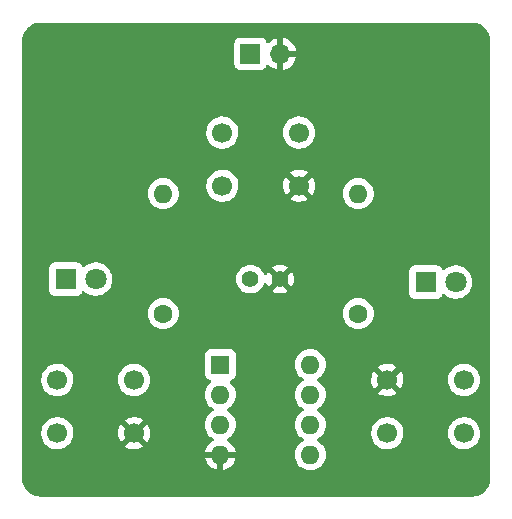
<source format=gbr>
%TF.GenerationSoftware,KiCad,Pcbnew,(6.0.7)*%
%TF.CreationDate,2022-09-30T10:00:21-04:00*%
%TF.ProjectId,proj_4,70726f6a-5f34-42e6-9b69-6361645f7063,V1*%
%TF.SameCoordinates,Original*%
%TF.FileFunction,Copper,L2,Bot*%
%TF.FilePolarity,Positive*%
%FSLAX46Y46*%
G04 Gerber Fmt 4.6, Leading zero omitted, Abs format (unit mm)*
G04 Created by KiCad (PCBNEW (6.0.7)) date 2022-09-30 10:00:21*
%MOMM*%
%LPD*%
G01*
G04 APERTURE LIST*
%TA.AperFunction,ComponentPad*%
%ADD10R,1.800000X1.800000*%
%TD*%
%TA.AperFunction,ComponentPad*%
%ADD11C,1.800000*%
%TD*%
%TA.AperFunction,ComponentPad*%
%ADD12R,1.700000X1.700000*%
%TD*%
%TA.AperFunction,ComponentPad*%
%ADD13O,1.700000X1.700000*%
%TD*%
%TA.AperFunction,ComponentPad*%
%ADD14C,1.700000*%
%TD*%
%TA.AperFunction,ComponentPad*%
%ADD15R,1.600000X1.600000*%
%TD*%
%TA.AperFunction,ComponentPad*%
%ADD16O,1.600000X1.600000*%
%TD*%
%TA.AperFunction,ComponentPad*%
%ADD17C,1.600000*%
%TD*%
%TA.AperFunction,ComponentPad*%
%ADD18C,1.400000*%
%TD*%
G04 APERTURE END LIST*
D10*
%TO.P,D1,1,K*%
%TO.N,/PB3*%
X153030000Y-93345000D03*
D11*
%TO.P,D1,2,A*%
%TO.N,Net-(D1-Pad2)*%
X155570000Y-93345000D03*
%TD*%
D12*
%TO.P,BT1,1,+*%
%TO.N,VCC*%
X168676000Y-74270000D03*
D13*
%TO.P,BT1,2,-*%
%TO.N,GND*%
X171216000Y-74270000D03*
%TD*%
D14*
%TO.P,SW1,1,1*%
%TO.N,/PB5*%
X166295000Y-80935000D03*
%TO.P,SW1,2,2*%
%TO.N,unconnected-(SW1-Pad2)*%
X172795000Y-80935000D03*
%TO.P,SW1,3,K*%
%TO.N,unconnected-(SW1-Pad3)*%
X166295000Y-85435000D03*
%TO.P,SW1,4,A*%
%TO.N,GND*%
X172795000Y-85435000D03*
%TD*%
D15*
%TO.P,U1,1,~{RESET}/PB5*%
%TO.N,/PB5*%
X166126000Y-100594000D03*
D16*
%TO.P,U1,2,XTAL1/PB3*%
%TO.N,/PB3*%
X166126000Y-103134000D03*
%TO.P,U1,3,XTAL2/PB4*%
%TO.N,/PB4*%
X166126000Y-105674000D03*
%TO.P,U1,4,GND*%
%TO.N,GND*%
X166126000Y-108214000D03*
%TO.P,U1,5,AREF/PB0*%
%TO.N,/PB0*%
X173746000Y-108214000D03*
%TO.P,U1,6,PB1*%
%TO.N,/PB1*%
X173746000Y-105674000D03*
%TO.P,U1,7,PB2*%
%TO.N,/PB2*%
X173746000Y-103134000D03*
%TO.P,U1,8,VCC*%
%TO.N,VCC*%
X173746000Y-100594000D03*
%TD*%
D14*
%TO.P,SW2,1,1*%
%TO.N,unconnected-(SW2-Pad1)*%
X152325000Y-101890000D03*
%TO.P,SW2,2,2*%
%TO.N,/PB0*%
X158825000Y-101890000D03*
%TO.P,SW2,3,K*%
%TO.N,unconnected-(SW2-Pad3)*%
X152325000Y-106390000D03*
%TO.P,SW2,4,A*%
%TO.N,GND*%
X158825000Y-106390000D03*
%TD*%
D10*
%TO.P,D2,1,K*%
%TO.N,/PB2*%
X183510000Y-93599000D03*
D11*
%TO.P,D2,2,A*%
%TO.N,Net-(D2-Pad2)*%
X186050000Y-93599000D03*
%TD*%
D17*
%TO.P,R1,1*%
%TO.N,VCC*%
X161290000Y-96266000D03*
D16*
%TO.P,R1,2*%
%TO.N,Net-(D1-Pad2)*%
X161290000Y-86106000D03*
%TD*%
D17*
%TO.P,R2,1*%
%TO.N,VCC*%
X177800000Y-96266000D03*
D16*
%TO.P,R2,2*%
%TO.N,Net-(D2-Pad2)*%
X177800000Y-86106000D03*
%TD*%
D18*
%TO.P,C1,1*%
%TO.N,VCC*%
X168676000Y-93345000D03*
%TO.P,C1,2*%
%TO.N,GND*%
X171176000Y-93345000D03*
%TD*%
D14*
%TO.P,SW3,1,1*%
%TO.N,GND*%
X180265000Y-101890000D03*
%TO.P,SW3,2,2*%
%TO.N,unconnected-(SW3-Pad2)*%
X186765000Y-101890000D03*
%TO.P,SW3,3,K*%
%TO.N,/PB1*%
X180265000Y-106390000D03*
%TO.P,SW3,4,A*%
%TO.N,unconnected-(SW3-Pad4)*%
X186765000Y-106390000D03*
%TD*%
%TA.AperFunction,Conductor*%
%TO.N,GND*%
G36*
X187422018Y-71630000D02*
G01*
X187436851Y-71632310D01*
X187436855Y-71632310D01*
X187445724Y-71633691D01*
X187460981Y-71631696D01*
X187486302Y-71630953D01*
X187634629Y-71641562D01*
X187659826Y-71643364D01*
X187677620Y-71645922D01*
X187872420Y-71688298D01*
X187889661Y-71693360D01*
X188076455Y-71763032D01*
X188092790Y-71770493D01*
X188267758Y-71866033D01*
X188282882Y-71875752D01*
X188442469Y-71995218D01*
X188456055Y-72006991D01*
X188597009Y-72147945D01*
X188608782Y-72161531D01*
X188728248Y-72321118D01*
X188737967Y-72336242D01*
X188833507Y-72511210D01*
X188840968Y-72527545D01*
X188910640Y-72714339D01*
X188915702Y-72731580D01*
X188958078Y-72926380D01*
X188960636Y-72944174D01*
X188972539Y-73110601D01*
X188971793Y-73128561D01*
X188971692Y-73136846D01*
X188970309Y-73145724D01*
X188974436Y-73177283D01*
X188975500Y-73193621D01*
X188975500Y-110186633D01*
X188974000Y-110206018D01*
X188971690Y-110220851D01*
X188971690Y-110220855D01*
X188970309Y-110229724D01*
X188972136Y-110243693D01*
X188972304Y-110244976D01*
X188973047Y-110270305D01*
X188960636Y-110443826D01*
X188958078Y-110461620D01*
X188915702Y-110656420D01*
X188910640Y-110673661D01*
X188840968Y-110860455D01*
X188833507Y-110876790D01*
X188737967Y-111051758D01*
X188728248Y-111066882D01*
X188608782Y-111226469D01*
X188597009Y-111240055D01*
X188456055Y-111381009D01*
X188442469Y-111392782D01*
X188282882Y-111512248D01*
X188267758Y-111521967D01*
X188092790Y-111617507D01*
X188076455Y-111624968D01*
X187889661Y-111694640D01*
X187872420Y-111699702D01*
X187677620Y-111742078D01*
X187659826Y-111744636D01*
X187493399Y-111756539D01*
X187475439Y-111755793D01*
X187467154Y-111755692D01*
X187458276Y-111754309D01*
X187426714Y-111758436D01*
X187410379Y-111759500D01*
X150925367Y-111759500D01*
X150905982Y-111758000D01*
X150891149Y-111755690D01*
X150891145Y-111755690D01*
X150882276Y-111754309D01*
X150867019Y-111756304D01*
X150841698Y-111757047D01*
X150693371Y-111746438D01*
X150668174Y-111744636D01*
X150650380Y-111742078D01*
X150455580Y-111699702D01*
X150438339Y-111694640D01*
X150251545Y-111624968D01*
X150235210Y-111617507D01*
X150060242Y-111521967D01*
X150045118Y-111512248D01*
X149885531Y-111392782D01*
X149871945Y-111381009D01*
X149730991Y-111240055D01*
X149719218Y-111226469D01*
X149599752Y-111066882D01*
X149590033Y-111051758D01*
X149494493Y-110876790D01*
X149487032Y-110860455D01*
X149417360Y-110673661D01*
X149412298Y-110656420D01*
X149369922Y-110461620D01*
X149367364Y-110443826D01*
X149355719Y-110281012D01*
X149356806Y-110258245D01*
X149356334Y-110258203D01*
X149356770Y-110253345D01*
X149357576Y-110248552D01*
X149357729Y-110236000D01*
X149353773Y-110208376D01*
X149352500Y-110190514D01*
X149352500Y-108480522D01*
X164843273Y-108480522D01*
X164890764Y-108657761D01*
X164894510Y-108668053D01*
X164986586Y-108865511D01*
X164992069Y-108875007D01*
X165117028Y-109053467D01*
X165124084Y-109061875D01*
X165278125Y-109215916D01*
X165286533Y-109222972D01*
X165464993Y-109347931D01*
X165474489Y-109353414D01*
X165671947Y-109445490D01*
X165682239Y-109449236D01*
X165854503Y-109495394D01*
X165868599Y-109495058D01*
X165872000Y-109487116D01*
X165872000Y-109481967D01*
X166380000Y-109481967D01*
X166383973Y-109495498D01*
X166392522Y-109496727D01*
X166569761Y-109449236D01*
X166580053Y-109445490D01*
X166777511Y-109353414D01*
X166787007Y-109347931D01*
X166965467Y-109222972D01*
X166973875Y-109215916D01*
X167127916Y-109061875D01*
X167134972Y-109053467D01*
X167259931Y-108875007D01*
X167265414Y-108865511D01*
X167357490Y-108668053D01*
X167361236Y-108657761D01*
X167407394Y-108485497D01*
X167407058Y-108471401D01*
X167399116Y-108468000D01*
X166398115Y-108468000D01*
X166382876Y-108472475D01*
X166381671Y-108473865D01*
X166380000Y-108481548D01*
X166380000Y-109481967D01*
X165872000Y-109481967D01*
X165872000Y-108486115D01*
X165867525Y-108470876D01*
X165866135Y-108469671D01*
X165858452Y-108468000D01*
X164858033Y-108468000D01*
X164844502Y-108471973D01*
X164843273Y-108480522D01*
X149352500Y-108480522D01*
X149352500Y-108214000D01*
X172432502Y-108214000D01*
X172452457Y-108442087D01*
X172453881Y-108447400D01*
X172453881Y-108447402D01*
X172463031Y-108481548D01*
X172511716Y-108663243D01*
X172514039Y-108668224D01*
X172514039Y-108668225D01*
X172606151Y-108865762D01*
X172606154Y-108865767D01*
X172608477Y-108870749D01*
X172739802Y-109058300D01*
X172901700Y-109220198D01*
X172906208Y-109223355D01*
X172906211Y-109223357D01*
X172984389Y-109278098D01*
X173089251Y-109351523D01*
X173094233Y-109353846D01*
X173094238Y-109353849D01*
X173290765Y-109445490D01*
X173296757Y-109448284D01*
X173302065Y-109449706D01*
X173302067Y-109449707D01*
X173512598Y-109506119D01*
X173512600Y-109506119D01*
X173517913Y-109507543D01*
X173746000Y-109527498D01*
X173974087Y-109507543D01*
X173979400Y-109506119D01*
X173979402Y-109506119D01*
X174189933Y-109449707D01*
X174189935Y-109449706D01*
X174195243Y-109448284D01*
X174201235Y-109445490D01*
X174397762Y-109353849D01*
X174397767Y-109353846D01*
X174402749Y-109351523D01*
X174507611Y-109278098D01*
X174585789Y-109223357D01*
X174585792Y-109223355D01*
X174590300Y-109220198D01*
X174752198Y-109058300D01*
X174883523Y-108870749D01*
X174885846Y-108865767D01*
X174885849Y-108865762D01*
X174977961Y-108668225D01*
X174977961Y-108668224D01*
X174980284Y-108663243D01*
X175028970Y-108481548D01*
X175038119Y-108447402D01*
X175038119Y-108447400D01*
X175039543Y-108442087D01*
X175059498Y-108214000D01*
X175039543Y-107985913D01*
X174980284Y-107764757D01*
X174970403Y-107743567D01*
X174885849Y-107562238D01*
X174885846Y-107562233D01*
X174883523Y-107557251D01*
X174795242Y-107431173D01*
X174755357Y-107374211D01*
X174755355Y-107374208D01*
X174752198Y-107369700D01*
X174590300Y-107207802D01*
X174585792Y-107204645D01*
X174585789Y-107204643D01*
X174431026Y-107096277D01*
X174402749Y-107076477D01*
X174397767Y-107074154D01*
X174397762Y-107074151D01*
X174363543Y-107058195D01*
X174310258Y-107011278D01*
X174290797Y-106943001D01*
X174311339Y-106875041D01*
X174363543Y-106829805D01*
X174397762Y-106813849D01*
X174397767Y-106813846D01*
X174402749Y-106811523D01*
X174507611Y-106738098D01*
X174585789Y-106683357D01*
X174585792Y-106683355D01*
X174590300Y-106680198D01*
X174752198Y-106518300D01*
X174865355Y-106356695D01*
X178902251Y-106356695D01*
X178902548Y-106361848D01*
X178902548Y-106361851D01*
X178908011Y-106456590D01*
X178915110Y-106579715D01*
X178916247Y-106584761D01*
X178916248Y-106584767D01*
X178936119Y-106672939D01*
X178964222Y-106797639D01*
X179048266Y-107004616D01*
X179164987Y-107195088D01*
X179311250Y-107363938D01*
X179483126Y-107506632D01*
X179676000Y-107619338D01*
X179884692Y-107699030D01*
X179889760Y-107700061D01*
X179889763Y-107700062D01*
X179994604Y-107721392D01*
X180103597Y-107743567D01*
X180108772Y-107743757D01*
X180108774Y-107743757D01*
X180321673Y-107751564D01*
X180321677Y-107751564D01*
X180326837Y-107751753D01*
X180331957Y-107751097D01*
X180331959Y-107751097D01*
X180543288Y-107724025D01*
X180543289Y-107724025D01*
X180548416Y-107723368D01*
X180553366Y-107721883D01*
X180757429Y-107660661D01*
X180757434Y-107660659D01*
X180762384Y-107659174D01*
X180962994Y-107560896D01*
X181144860Y-107431173D01*
X181303096Y-107273489D01*
X181362594Y-107190689D01*
X181430435Y-107096277D01*
X181433453Y-107092077D01*
X181435874Y-107087180D01*
X181530136Y-106896453D01*
X181530137Y-106896451D01*
X181532430Y-106891811D01*
X181574176Y-106754408D01*
X181595865Y-106683023D01*
X181595865Y-106683021D01*
X181597370Y-106678069D01*
X181626529Y-106456590D01*
X181628156Y-106390000D01*
X181625418Y-106356695D01*
X185402251Y-106356695D01*
X185402548Y-106361848D01*
X185402548Y-106361851D01*
X185408011Y-106456590D01*
X185415110Y-106579715D01*
X185416247Y-106584761D01*
X185416248Y-106584767D01*
X185436119Y-106672939D01*
X185464222Y-106797639D01*
X185548266Y-107004616D01*
X185664987Y-107195088D01*
X185811250Y-107363938D01*
X185983126Y-107506632D01*
X186176000Y-107619338D01*
X186384692Y-107699030D01*
X186389760Y-107700061D01*
X186389763Y-107700062D01*
X186494604Y-107721392D01*
X186603597Y-107743567D01*
X186608772Y-107743757D01*
X186608774Y-107743757D01*
X186821673Y-107751564D01*
X186821677Y-107751564D01*
X186826837Y-107751753D01*
X186831957Y-107751097D01*
X186831959Y-107751097D01*
X187043288Y-107724025D01*
X187043289Y-107724025D01*
X187048416Y-107723368D01*
X187053366Y-107721883D01*
X187257429Y-107660661D01*
X187257434Y-107660659D01*
X187262384Y-107659174D01*
X187462994Y-107560896D01*
X187644860Y-107431173D01*
X187803096Y-107273489D01*
X187862594Y-107190689D01*
X187930435Y-107096277D01*
X187933453Y-107092077D01*
X187935874Y-107087180D01*
X188030136Y-106896453D01*
X188030137Y-106896451D01*
X188032430Y-106891811D01*
X188074176Y-106754408D01*
X188095865Y-106683023D01*
X188095865Y-106683021D01*
X188097370Y-106678069D01*
X188126529Y-106456590D01*
X188128156Y-106390000D01*
X188109852Y-106167361D01*
X188055431Y-105950702D01*
X187966354Y-105745840D01*
X187845014Y-105558277D01*
X187694670Y-105393051D01*
X187690619Y-105389852D01*
X187690615Y-105389848D01*
X187523414Y-105257800D01*
X187523410Y-105257798D01*
X187519359Y-105254598D01*
X187323789Y-105146638D01*
X187318920Y-105144914D01*
X187318916Y-105144912D01*
X187118087Y-105073795D01*
X187118083Y-105073794D01*
X187113212Y-105072069D01*
X187108119Y-105071162D01*
X187108116Y-105071161D01*
X186898373Y-105033800D01*
X186898367Y-105033799D01*
X186893284Y-105032894D01*
X186819452Y-105031992D01*
X186675081Y-105030228D01*
X186675079Y-105030228D01*
X186669911Y-105030165D01*
X186449091Y-105063955D01*
X186236756Y-105133357D01*
X186158455Y-105174118D01*
X186061179Y-105224757D01*
X186038607Y-105236507D01*
X186034474Y-105239610D01*
X186034471Y-105239612D01*
X185864100Y-105367530D01*
X185859965Y-105370635D01*
X185705629Y-105532138D01*
X185579743Y-105716680D01*
X185485688Y-105919305D01*
X185425989Y-106134570D01*
X185402251Y-106356695D01*
X181625418Y-106356695D01*
X181609852Y-106167361D01*
X181555431Y-105950702D01*
X181466354Y-105745840D01*
X181345014Y-105558277D01*
X181194670Y-105393051D01*
X181190619Y-105389852D01*
X181190615Y-105389848D01*
X181023414Y-105257800D01*
X181023410Y-105257798D01*
X181019359Y-105254598D01*
X180823789Y-105146638D01*
X180818920Y-105144914D01*
X180818916Y-105144912D01*
X180618087Y-105073795D01*
X180618083Y-105073794D01*
X180613212Y-105072069D01*
X180608119Y-105071162D01*
X180608116Y-105071161D01*
X180398373Y-105033800D01*
X180398367Y-105033799D01*
X180393284Y-105032894D01*
X180319452Y-105031992D01*
X180175081Y-105030228D01*
X180175079Y-105030228D01*
X180169911Y-105030165D01*
X179949091Y-105063955D01*
X179736756Y-105133357D01*
X179658455Y-105174118D01*
X179561179Y-105224757D01*
X179538607Y-105236507D01*
X179534474Y-105239610D01*
X179534471Y-105239612D01*
X179364100Y-105367530D01*
X179359965Y-105370635D01*
X179205629Y-105532138D01*
X179079743Y-105716680D01*
X178985688Y-105919305D01*
X178925989Y-106134570D01*
X178902251Y-106356695D01*
X174865355Y-106356695D01*
X174883523Y-106330749D01*
X174885846Y-106325767D01*
X174885849Y-106325762D01*
X174977961Y-106128225D01*
X174977961Y-106128224D01*
X174980284Y-106123243D01*
X175025131Y-105955875D01*
X175038119Y-105907402D01*
X175038119Y-105907400D01*
X175039543Y-105902087D01*
X175059498Y-105674000D01*
X175039543Y-105445913D01*
X174984379Y-105240039D01*
X174981707Y-105230067D01*
X174981706Y-105230065D01*
X174980284Y-105224757D01*
X174977961Y-105219775D01*
X174885849Y-105022238D01*
X174885846Y-105022233D01*
X174883523Y-105017251D01*
X174752198Y-104829700D01*
X174590300Y-104667802D01*
X174585792Y-104664645D01*
X174585789Y-104664643D01*
X174507611Y-104609902D01*
X174402749Y-104536477D01*
X174397767Y-104534154D01*
X174397762Y-104534151D01*
X174363543Y-104518195D01*
X174310258Y-104471278D01*
X174290797Y-104403001D01*
X174311339Y-104335041D01*
X174363543Y-104289805D01*
X174397762Y-104273849D01*
X174397767Y-104273846D01*
X174402749Y-104271523D01*
X174507611Y-104198098D01*
X174585789Y-104143357D01*
X174585792Y-104143355D01*
X174590300Y-104140198D01*
X174752198Y-103978300D01*
X174883523Y-103790749D01*
X174885846Y-103785767D01*
X174885849Y-103785762D01*
X174977961Y-103588225D01*
X174977961Y-103588224D01*
X174980284Y-103583243D01*
X175039543Y-103362087D01*
X175059498Y-103134000D01*
X175049074Y-103014853D01*
X179504977Y-103014853D01*
X179510258Y-103021907D01*
X179671756Y-103116279D01*
X179681042Y-103120729D01*
X179880001Y-103196703D01*
X179889899Y-103199579D01*
X180098595Y-103242038D01*
X180108823Y-103243257D01*
X180321650Y-103251062D01*
X180331936Y-103250595D01*
X180543185Y-103223534D01*
X180553262Y-103221392D01*
X180757255Y-103160191D01*
X180766842Y-103156433D01*
X180958098Y-103062738D01*
X180966944Y-103057465D01*
X181014247Y-103023723D01*
X181022648Y-103013023D01*
X181015660Y-102999870D01*
X180277812Y-102262022D01*
X180263868Y-102254408D01*
X180262035Y-102254539D01*
X180255420Y-102258790D01*
X179511737Y-103002473D01*
X179504977Y-103014853D01*
X175049074Y-103014853D01*
X175039543Y-102905913D01*
X174983052Y-102695088D01*
X174981707Y-102690067D01*
X174981706Y-102690065D01*
X174980284Y-102684757D01*
X174977961Y-102679775D01*
X174885849Y-102482238D01*
X174885846Y-102482233D01*
X174883523Y-102477251D01*
X174752198Y-102289700D01*
X174590300Y-102127802D01*
X174585792Y-102124645D01*
X174585789Y-102124643D01*
X174507611Y-102069902D01*
X174402749Y-101996477D01*
X174397767Y-101994154D01*
X174397762Y-101994151D01*
X174363543Y-101978195D01*
X174310258Y-101931278D01*
X174290797Y-101863001D01*
X174291141Y-101861863D01*
X178903050Y-101861863D01*
X178915309Y-102074477D01*
X178916745Y-102084697D01*
X178963565Y-102292446D01*
X178966645Y-102302275D01*
X179046770Y-102499603D01*
X179051413Y-102508794D01*
X179131460Y-102639420D01*
X179141916Y-102648880D01*
X179150694Y-102645096D01*
X179892978Y-101902812D01*
X179899356Y-101891132D01*
X180629408Y-101891132D01*
X180629539Y-101892965D01*
X180633790Y-101899580D01*
X181375474Y-102641264D01*
X181387484Y-102647823D01*
X181399223Y-102638855D01*
X181430004Y-102596019D01*
X181435315Y-102587180D01*
X181529670Y-102396267D01*
X181533469Y-102386672D01*
X181595376Y-102182915D01*
X181597555Y-102172834D01*
X181625590Y-101959887D01*
X181626109Y-101953212D01*
X181627572Y-101893364D01*
X181627378Y-101886646D01*
X181624916Y-101856695D01*
X185402251Y-101856695D01*
X185402548Y-101861848D01*
X185402548Y-101861851D01*
X185410311Y-101996477D01*
X185415110Y-102079715D01*
X185416247Y-102084761D01*
X185416248Y-102084767D01*
X185436119Y-102172939D01*
X185464222Y-102297639D01*
X185548266Y-102504616D01*
X185664987Y-102695088D01*
X185811250Y-102863938D01*
X185983126Y-103006632D01*
X186176000Y-103119338D01*
X186384692Y-103199030D01*
X186389760Y-103200061D01*
X186389763Y-103200062D01*
X186494604Y-103221392D01*
X186603597Y-103243567D01*
X186608772Y-103243757D01*
X186608774Y-103243757D01*
X186821673Y-103251564D01*
X186821677Y-103251564D01*
X186826837Y-103251753D01*
X186831957Y-103251097D01*
X186831959Y-103251097D01*
X187043288Y-103224025D01*
X187043289Y-103224025D01*
X187048416Y-103223368D01*
X187053366Y-103221883D01*
X187257429Y-103160661D01*
X187257434Y-103160659D01*
X187262384Y-103159174D01*
X187462994Y-103060896D01*
X187644860Y-102931173D01*
X187670209Y-102905913D01*
X187799435Y-102777137D01*
X187803096Y-102773489D01*
X187862594Y-102690689D01*
X187930435Y-102596277D01*
X187933453Y-102592077D01*
X187935874Y-102587180D01*
X188030136Y-102396453D01*
X188030137Y-102396451D01*
X188032430Y-102391811D01*
X188097370Y-102178069D01*
X188126529Y-101956590D01*
X188127033Y-101935951D01*
X188128074Y-101893365D01*
X188128074Y-101893361D01*
X188128156Y-101890000D01*
X188109852Y-101667361D01*
X188055431Y-101450702D01*
X187966354Y-101245840D01*
X187845014Y-101058277D01*
X187694670Y-100893051D01*
X187690619Y-100889852D01*
X187690615Y-100889848D01*
X187523414Y-100757800D01*
X187523410Y-100757798D01*
X187519359Y-100754598D01*
X187323789Y-100646638D01*
X187318920Y-100644914D01*
X187318916Y-100644912D01*
X187118087Y-100573795D01*
X187118083Y-100573794D01*
X187113212Y-100572069D01*
X187108119Y-100571162D01*
X187108116Y-100571161D01*
X186898373Y-100533800D01*
X186898367Y-100533799D01*
X186893284Y-100532894D01*
X186819452Y-100531992D01*
X186675081Y-100530228D01*
X186675079Y-100530228D01*
X186669911Y-100530165D01*
X186449091Y-100563955D01*
X186236756Y-100633357D01*
X186038607Y-100736507D01*
X186034474Y-100739610D01*
X186034471Y-100739612D01*
X185917546Y-100827402D01*
X185859965Y-100870635D01*
X185705629Y-101032138D01*
X185579743Y-101216680D01*
X185485688Y-101419305D01*
X185425989Y-101634570D01*
X185402251Y-101856695D01*
X181624916Y-101856695D01*
X181609781Y-101672604D01*
X181608096Y-101662424D01*
X181556214Y-101455875D01*
X181552894Y-101446124D01*
X181467972Y-101250814D01*
X181463105Y-101241739D01*
X181398063Y-101141197D01*
X181387377Y-101131995D01*
X181377812Y-101136398D01*
X180637022Y-101877188D01*
X180629408Y-101891132D01*
X179899356Y-101891132D01*
X179900592Y-101888868D01*
X179900461Y-101887035D01*
X179896210Y-101880420D01*
X179154849Y-101139059D01*
X179143313Y-101132759D01*
X179131031Y-101142382D01*
X179083089Y-101212662D01*
X179078004Y-101221613D01*
X178988338Y-101414783D01*
X178984775Y-101424470D01*
X178927864Y-101629681D01*
X178925933Y-101639800D01*
X178903302Y-101851574D01*
X178903050Y-101861863D01*
X174291141Y-101861863D01*
X174311339Y-101795041D01*
X174363543Y-101749805D01*
X174397762Y-101733849D01*
X174397767Y-101733846D01*
X174402749Y-101731523D01*
X174533743Y-101639800D01*
X174585789Y-101603357D01*
X174585792Y-101603355D01*
X174590300Y-101600198D01*
X174752198Y-101438300D01*
X174765499Y-101419305D01*
X174880366Y-101255257D01*
X174883523Y-101250749D01*
X174885846Y-101245767D01*
X174885849Y-101245762D01*
X174977961Y-101048225D01*
X174977961Y-101048224D01*
X174980284Y-101043243D01*
X175021387Y-100889848D01*
X175038119Y-100827402D01*
X175038119Y-100827400D01*
X175039543Y-100822087D01*
X175044413Y-100766427D01*
X179506223Y-100766427D01*
X179512968Y-100778758D01*
X180252188Y-101517978D01*
X180266132Y-101525592D01*
X180267965Y-101525461D01*
X180274580Y-101521210D01*
X181018389Y-100777401D01*
X181025410Y-100764544D01*
X181018611Y-100755213D01*
X181014554Y-100752518D01*
X180828117Y-100649599D01*
X180818705Y-100645369D01*
X180617959Y-100574280D01*
X180607989Y-100571646D01*
X180398327Y-100534301D01*
X180388073Y-100533331D01*
X180175116Y-100530728D01*
X180164832Y-100531448D01*
X179954321Y-100563661D01*
X179944293Y-100566050D01*
X179741868Y-100632212D01*
X179732359Y-100636209D01*
X179543466Y-100734540D01*
X179534734Y-100740039D01*
X179514677Y-100755099D01*
X179506223Y-100766427D01*
X175044413Y-100766427D01*
X175059498Y-100594000D01*
X175039543Y-100365913D01*
X174980284Y-100144757D01*
X174977961Y-100139775D01*
X174885849Y-99942238D01*
X174885846Y-99942233D01*
X174883523Y-99937251D01*
X174752198Y-99749700D01*
X174590300Y-99587802D01*
X174585792Y-99584645D01*
X174585789Y-99584643D01*
X174507611Y-99529902D01*
X174402749Y-99456477D01*
X174397767Y-99454154D01*
X174397762Y-99454151D01*
X174200225Y-99362039D01*
X174200224Y-99362039D01*
X174195243Y-99359716D01*
X174189935Y-99358294D01*
X174189933Y-99358293D01*
X173979402Y-99301881D01*
X173979400Y-99301881D01*
X173974087Y-99300457D01*
X173746000Y-99280502D01*
X173517913Y-99300457D01*
X173512600Y-99301881D01*
X173512598Y-99301881D01*
X173302067Y-99358293D01*
X173302065Y-99358294D01*
X173296757Y-99359716D01*
X173291776Y-99362039D01*
X173291775Y-99362039D01*
X173094238Y-99454151D01*
X173094233Y-99454154D01*
X173089251Y-99456477D01*
X172984389Y-99529902D01*
X172906211Y-99584643D01*
X172906208Y-99584645D01*
X172901700Y-99587802D01*
X172739802Y-99749700D01*
X172608477Y-99937251D01*
X172606154Y-99942233D01*
X172606151Y-99942238D01*
X172514039Y-100139775D01*
X172511716Y-100144757D01*
X172452457Y-100365913D01*
X172432502Y-100594000D01*
X172452457Y-100822087D01*
X172453881Y-100827400D01*
X172453881Y-100827402D01*
X172470614Y-100889848D01*
X172511716Y-101043243D01*
X172514039Y-101048224D01*
X172514039Y-101048225D01*
X172606151Y-101245762D01*
X172606154Y-101245767D01*
X172608477Y-101250749D01*
X172611634Y-101255257D01*
X172726502Y-101419305D01*
X172739802Y-101438300D01*
X172901700Y-101600198D01*
X172906208Y-101603355D01*
X172906211Y-101603357D01*
X172958257Y-101639800D01*
X173089251Y-101731523D01*
X173094233Y-101733846D01*
X173094238Y-101733849D01*
X173128457Y-101749805D01*
X173181742Y-101796722D01*
X173201203Y-101864999D01*
X173180661Y-101932959D01*
X173128457Y-101978195D01*
X173094238Y-101994151D01*
X173094233Y-101994154D01*
X173089251Y-101996477D01*
X172984389Y-102069902D01*
X172906211Y-102124643D01*
X172906208Y-102124645D01*
X172901700Y-102127802D01*
X172739802Y-102289700D01*
X172608477Y-102477251D01*
X172606154Y-102482233D01*
X172606151Y-102482238D01*
X172514039Y-102679775D01*
X172511716Y-102684757D01*
X172510294Y-102690065D01*
X172510293Y-102690067D01*
X172508948Y-102695088D01*
X172452457Y-102905913D01*
X172432502Y-103134000D01*
X172452457Y-103362087D01*
X172511716Y-103583243D01*
X172514039Y-103588224D01*
X172514039Y-103588225D01*
X172606151Y-103785762D01*
X172606154Y-103785767D01*
X172608477Y-103790749D01*
X172739802Y-103978300D01*
X172901700Y-104140198D01*
X172906208Y-104143355D01*
X172906211Y-104143357D01*
X172984389Y-104198098D01*
X173089251Y-104271523D01*
X173094233Y-104273846D01*
X173094238Y-104273849D01*
X173128457Y-104289805D01*
X173181742Y-104336722D01*
X173201203Y-104404999D01*
X173180661Y-104472959D01*
X173128457Y-104518195D01*
X173094238Y-104534151D01*
X173094233Y-104534154D01*
X173089251Y-104536477D01*
X172984389Y-104609902D01*
X172906211Y-104664643D01*
X172906208Y-104664645D01*
X172901700Y-104667802D01*
X172739802Y-104829700D01*
X172608477Y-105017251D01*
X172606154Y-105022233D01*
X172606151Y-105022238D01*
X172514039Y-105219775D01*
X172511716Y-105224757D01*
X172510294Y-105230065D01*
X172510293Y-105230067D01*
X172507621Y-105240039D01*
X172452457Y-105445913D01*
X172432502Y-105674000D01*
X172452457Y-105902087D01*
X172453881Y-105907400D01*
X172453881Y-105907402D01*
X172466870Y-105955875D01*
X172511716Y-106123243D01*
X172514039Y-106128224D01*
X172514039Y-106128225D01*
X172606151Y-106325762D01*
X172606154Y-106325767D01*
X172608477Y-106330749D01*
X172739802Y-106518300D01*
X172901700Y-106680198D01*
X172906208Y-106683355D01*
X172906211Y-106683357D01*
X172984389Y-106738098D01*
X173089251Y-106811523D01*
X173094233Y-106813846D01*
X173094238Y-106813849D01*
X173128457Y-106829805D01*
X173181742Y-106876722D01*
X173201203Y-106944999D01*
X173180661Y-107012959D01*
X173128457Y-107058195D01*
X173094238Y-107074151D01*
X173094233Y-107074154D01*
X173089251Y-107076477D01*
X173060974Y-107096277D01*
X172906211Y-107204643D01*
X172906208Y-107204645D01*
X172901700Y-107207802D01*
X172739802Y-107369700D01*
X172736645Y-107374208D01*
X172736643Y-107374211D01*
X172696758Y-107431173D01*
X172608477Y-107557251D01*
X172606154Y-107562233D01*
X172606151Y-107562238D01*
X172521597Y-107743567D01*
X172511716Y-107764757D01*
X172452457Y-107985913D01*
X172432502Y-108214000D01*
X149352500Y-108214000D01*
X149352500Y-106356695D01*
X150962251Y-106356695D01*
X150962548Y-106361848D01*
X150962548Y-106361851D01*
X150968011Y-106456590D01*
X150975110Y-106579715D01*
X150976247Y-106584761D01*
X150976248Y-106584767D01*
X150996119Y-106672939D01*
X151024222Y-106797639D01*
X151108266Y-107004616D01*
X151224987Y-107195088D01*
X151371250Y-107363938D01*
X151543126Y-107506632D01*
X151736000Y-107619338D01*
X151944692Y-107699030D01*
X151949760Y-107700061D01*
X151949763Y-107700062D01*
X152054604Y-107721392D01*
X152163597Y-107743567D01*
X152168772Y-107743757D01*
X152168774Y-107743757D01*
X152381673Y-107751564D01*
X152381677Y-107751564D01*
X152386837Y-107751753D01*
X152391957Y-107751097D01*
X152391959Y-107751097D01*
X152603288Y-107724025D01*
X152603289Y-107724025D01*
X152608416Y-107723368D01*
X152613366Y-107721883D01*
X152817429Y-107660661D01*
X152817434Y-107660659D01*
X152822384Y-107659174D01*
X153022994Y-107560896D01*
X153087544Y-107514853D01*
X158064977Y-107514853D01*
X158070258Y-107521907D01*
X158231756Y-107616279D01*
X158241042Y-107620729D01*
X158440001Y-107696703D01*
X158449899Y-107699579D01*
X158658595Y-107742038D01*
X158668823Y-107743257D01*
X158881650Y-107751062D01*
X158891936Y-107750595D01*
X159103185Y-107723534D01*
X159113262Y-107721392D01*
X159317255Y-107660191D01*
X159326842Y-107656433D01*
X159518098Y-107562738D01*
X159526944Y-107557465D01*
X159574247Y-107523723D01*
X159582648Y-107513023D01*
X159575660Y-107499870D01*
X158837812Y-106762022D01*
X158823868Y-106754408D01*
X158822035Y-106754539D01*
X158815420Y-106758790D01*
X158071737Y-107502473D01*
X158064977Y-107514853D01*
X153087544Y-107514853D01*
X153204860Y-107431173D01*
X153363096Y-107273489D01*
X153422594Y-107190689D01*
X153490435Y-107096277D01*
X153493453Y-107092077D01*
X153495874Y-107087180D01*
X153590136Y-106896453D01*
X153590137Y-106896451D01*
X153592430Y-106891811D01*
X153634176Y-106754408D01*
X153655865Y-106683023D01*
X153655865Y-106683021D01*
X153657370Y-106678069D01*
X153686529Y-106456590D01*
X153688156Y-106390000D01*
X153685843Y-106361863D01*
X157463050Y-106361863D01*
X157475309Y-106574477D01*
X157476745Y-106584697D01*
X157523565Y-106792446D01*
X157526645Y-106802275D01*
X157606770Y-106999603D01*
X157611413Y-107008794D01*
X157691460Y-107139420D01*
X157701916Y-107148880D01*
X157710694Y-107145096D01*
X158452978Y-106402812D01*
X158459356Y-106391132D01*
X159189408Y-106391132D01*
X159189539Y-106392965D01*
X159193790Y-106399580D01*
X159935474Y-107141264D01*
X159947484Y-107147823D01*
X159959223Y-107138855D01*
X159990004Y-107096019D01*
X159995315Y-107087180D01*
X160089670Y-106896267D01*
X160093469Y-106886672D01*
X160155376Y-106682915D01*
X160157555Y-106672834D01*
X160185590Y-106459887D01*
X160186109Y-106453212D01*
X160187572Y-106393364D01*
X160187378Y-106386646D01*
X160169781Y-106172604D01*
X160168096Y-106162424D01*
X160116214Y-105955875D01*
X160112894Y-105946124D01*
X160027972Y-105750814D01*
X160023105Y-105741739D01*
X159979284Y-105674000D01*
X164812502Y-105674000D01*
X164832457Y-105902087D01*
X164833881Y-105907400D01*
X164833881Y-105907402D01*
X164846870Y-105955875D01*
X164891716Y-106123243D01*
X164894039Y-106128224D01*
X164894039Y-106128225D01*
X164986151Y-106325762D01*
X164986154Y-106325767D01*
X164988477Y-106330749D01*
X165119802Y-106518300D01*
X165281700Y-106680198D01*
X165286208Y-106683355D01*
X165286211Y-106683357D01*
X165364389Y-106738098D01*
X165469251Y-106811523D01*
X165474233Y-106813846D01*
X165474238Y-106813849D01*
X165509049Y-106830081D01*
X165562334Y-106876998D01*
X165581795Y-106945275D01*
X165561253Y-107013235D01*
X165509049Y-107058471D01*
X165474489Y-107074586D01*
X165464993Y-107080069D01*
X165286533Y-107205028D01*
X165278125Y-107212084D01*
X165124084Y-107366125D01*
X165117028Y-107374533D01*
X164992069Y-107552993D01*
X164986586Y-107562489D01*
X164894510Y-107759947D01*
X164890764Y-107770239D01*
X164844606Y-107942503D01*
X164844942Y-107956599D01*
X164852884Y-107960000D01*
X167393967Y-107960000D01*
X167407498Y-107956027D01*
X167408727Y-107947478D01*
X167361236Y-107770239D01*
X167357490Y-107759947D01*
X167265414Y-107562489D01*
X167259931Y-107552993D01*
X167134972Y-107374533D01*
X167127916Y-107366125D01*
X166973875Y-107212084D01*
X166965467Y-107205028D01*
X166787007Y-107080069D01*
X166777511Y-107074586D01*
X166742951Y-107058471D01*
X166689666Y-107011554D01*
X166670205Y-106943277D01*
X166690747Y-106875317D01*
X166742951Y-106830081D01*
X166777762Y-106813849D01*
X166777767Y-106813846D01*
X166782749Y-106811523D01*
X166887611Y-106738098D01*
X166965789Y-106683357D01*
X166965792Y-106683355D01*
X166970300Y-106680198D01*
X167132198Y-106518300D01*
X167263523Y-106330749D01*
X167265846Y-106325767D01*
X167265849Y-106325762D01*
X167357961Y-106128225D01*
X167357961Y-106128224D01*
X167360284Y-106123243D01*
X167405131Y-105955875D01*
X167418119Y-105907402D01*
X167418119Y-105907400D01*
X167419543Y-105902087D01*
X167439498Y-105674000D01*
X167419543Y-105445913D01*
X167364379Y-105240039D01*
X167361707Y-105230067D01*
X167361706Y-105230065D01*
X167360284Y-105224757D01*
X167357961Y-105219775D01*
X167265849Y-105022238D01*
X167265846Y-105022233D01*
X167263523Y-105017251D01*
X167132198Y-104829700D01*
X166970300Y-104667802D01*
X166965792Y-104664645D01*
X166965789Y-104664643D01*
X166887611Y-104609902D01*
X166782749Y-104536477D01*
X166777767Y-104534154D01*
X166777762Y-104534151D01*
X166743543Y-104518195D01*
X166690258Y-104471278D01*
X166670797Y-104403001D01*
X166691339Y-104335041D01*
X166743543Y-104289805D01*
X166777762Y-104273849D01*
X166777767Y-104273846D01*
X166782749Y-104271523D01*
X166887611Y-104198098D01*
X166965789Y-104143357D01*
X166965792Y-104143355D01*
X166970300Y-104140198D01*
X167132198Y-103978300D01*
X167263523Y-103790749D01*
X167265846Y-103785767D01*
X167265849Y-103785762D01*
X167357961Y-103588225D01*
X167357961Y-103588224D01*
X167360284Y-103583243D01*
X167419543Y-103362087D01*
X167439498Y-103134000D01*
X167419543Y-102905913D01*
X167363052Y-102695088D01*
X167361707Y-102690067D01*
X167361706Y-102690065D01*
X167360284Y-102684757D01*
X167357961Y-102679775D01*
X167265849Y-102482238D01*
X167265846Y-102482233D01*
X167263523Y-102477251D01*
X167132198Y-102289700D01*
X166970300Y-102127802D01*
X166965789Y-102124643D01*
X166961576Y-102121108D01*
X166962527Y-102119974D01*
X166922529Y-102069929D01*
X166915224Y-101999310D01*
X166947258Y-101935951D01*
X167008462Y-101899970D01*
X167025517Y-101896918D01*
X167036316Y-101895745D01*
X167172705Y-101844615D01*
X167289261Y-101757261D01*
X167376615Y-101640705D01*
X167427745Y-101504316D01*
X167434500Y-101442134D01*
X167434500Y-99745866D01*
X167427745Y-99683684D01*
X167376615Y-99547295D01*
X167289261Y-99430739D01*
X167172705Y-99343385D01*
X167036316Y-99292255D01*
X166974134Y-99285500D01*
X165277866Y-99285500D01*
X165215684Y-99292255D01*
X165079295Y-99343385D01*
X164962739Y-99430739D01*
X164875385Y-99547295D01*
X164824255Y-99683684D01*
X164817500Y-99745866D01*
X164817500Y-101442134D01*
X164824255Y-101504316D01*
X164875385Y-101640705D01*
X164962739Y-101757261D01*
X165079295Y-101844615D01*
X165215684Y-101895745D01*
X165226474Y-101896917D01*
X165228606Y-101897803D01*
X165231222Y-101898425D01*
X165231121Y-101898848D01*
X165292035Y-101924155D01*
X165332463Y-101982517D01*
X165334922Y-102053471D01*
X165298629Y-102114490D01*
X165289969Y-102121489D01*
X165286207Y-102124646D01*
X165281700Y-102127802D01*
X165119802Y-102289700D01*
X164988477Y-102477251D01*
X164986154Y-102482233D01*
X164986151Y-102482238D01*
X164894039Y-102679775D01*
X164891716Y-102684757D01*
X164890294Y-102690065D01*
X164890293Y-102690067D01*
X164888948Y-102695088D01*
X164832457Y-102905913D01*
X164812502Y-103134000D01*
X164832457Y-103362087D01*
X164891716Y-103583243D01*
X164894039Y-103588224D01*
X164894039Y-103588225D01*
X164986151Y-103785762D01*
X164986154Y-103785767D01*
X164988477Y-103790749D01*
X165119802Y-103978300D01*
X165281700Y-104140198D01*
X165286208Y-104143355D01*
X165286211Y-104143357D01*
X165364389Y-104198098D01*
X165469251Y-104271523D01*
X165474233Y-104273846D01*
X165474238Y-104273849D01*
X165508457Y-104289805D01*
X165561742Y-104336722D01*
X165581203Y-104404999D01*
X165560661Y-104472959D01*
X165508457Y-104518195D01*
X165474238Y-104534151D01*
X165474233Y-104534154D01*
X165469251Y-104536477D01*
X165364389Y-104609902D01*
X165286211Y-104664643D01*
X165286208Y-104664645D01*
X165281700Y-104667802D01*
X165119802Y-104829700D01*
X164988477Y-105017251D01*
X164986154Y-105022233D01*
X164986151Y-105022238D01*
X164894039Y-105219775D01*
X164891716Y-105224757D01*
X164890294Y-105230065D01*
X164890293Y-105230067D01*
X164887621Y-105240039D01*
X164832457Y-105445913D01*
X164812502Y-105674000D01*
X159979284Y-105674000D01*
X159958063Y-105641197D01*
X159947377Y-105631995D01*
X159937812Y-105636398D01*
X159197022Y-106377188D01*
X159189408Y-106391132D01*
X158459356Y-106391132D01*
X158460592Y-106388868D01*
X158460461Y-106387035D01*
X158456210Y-106380420D01*
X157714849Y-105639059D01*
X157703313Y-105632759D01*
X157691031Y-105642382D01*
X157643089Y-105712662D01*
X157638004Y-105721613D01*
X157548338Y-105914783D01*
X157544775Y-105924470D01*
X157487864Y-106129681D01*
X157485933Y-106139800D01*
X157463302Y-106351574D01*
X157463050Y-106361863D01*
X153685843Y-106361863D01*
X153669852Y-106167361D01*
X153615431Y-105950702D01*
X153526354Y-105745840D01*
X153405014Y-105558277D01*
X153254670Y-105393051D01*
X153250619Y-105389852D01*
X153250615Y-105389848D01*
X153094338Y-105266427D01*
X158066223Y-105266427D01*
X158072968Y-105278758D01*
X158812188Y-106017978D01*
X158826132Y-106025592D01*
X158827965Y-106025461D01*
X158834580Y-106021210D01*
X159578389Y-105277401D01*
X159585410Y-105264544D01*
X159578611Y-105255213D01*
X159574554Y-105252518D01*
X159388117Y-105149599D01*
X159378705Y-105145369D01*
X159177959Y-105074280D01*
X159167989Y-105071646D01*
X158958327Y-105034301D01*
X158948073Y-105033331D01*
X158735116Y-105030728D01*
X158724832Y-105031448D01*
X158514321Y-105063661D01*
X158504293Y-105066050D01*
X158301868Y-105132212D01*
X158292359Y-105136209D01*
X158103466Y-105234540D01*
X158094734Y-105240039D01*
X158074677Y-105255099D01*
X158066223Y-105266427D01*
X153094338Y-105266427D01*
X153083414Y-105257800D01*
X153083410Y-105257798D01*
X153079359Y-105254598D01*
X152883789Y-105146638D01*
X152878920Y-105144914D01*
X152878916Y-105144912D01*
X152678087Y-105073795D01*
X152678083Y-105073794D01*
X152673212Y-105072069D01*
X152668119Y-105071162D01*
X152668116Y-105071161D01*
X152458373Y-105033800D01*
X152458367Y-105033799D01*
X152453284Y-105032894D01*
X152379452Y-105031992D01*
X152235081Y-105030228D01*
X152235079Y-105030228D01*
X152229911Y-105030165D01*
X152009091Y-105063955D01*
X151796756Y-105133357D01*
X151718455Y-105174118D01*
X151621179Y-105224757D01*
X151598607Y-105236507D01*
X151594474Y-105239610D01*
X151594471Y-105239612D01*
X151424100Y-105367530D01*
X151419965Y-105370635D01*
X151265629Y-105532138D01*
X151139743Y-105716680D01*
X151045688Y-105919305D01*
X150985989Y-106134570D01*
X150962251Y-106356695D01*
X149352500Y-106356695D01*
X149352500Y-101856695D01*
X150962251Y-101856695D01*
X150962548Y-101861848D01*
X150962548Y-101861851D01*
X150970311Y-101996477D01*
X150975110Y-102079715D01*
X150976247Y-102084761D01*
X150976248Y-102084767D01*
X150996119Y-102172939D01*
X151024222Y-102297639D01*
X151108266Y-102504616D01*
X151224987Y-102695088D01*
X151371250Y-102863938D01*
X151543126Y-103006632D01*
X151736000Y-103119338D01*
X151944692Y-103199030D01*
X151949760Y-103200061D01*
X151949763Y-103200062D01*
X152054604Y-103221392D01*
X152163597Y-103243567D01*
X152168772Y-103243757D01*
X152168774Y-103243757D01*
X152381673Y-103251564D01*
X152381677Y-103251564D01*
X152386837Y-103251753D01*
X152391957Y-103251097D01*
X152391959Y-103251097D01*
X152603288Y-103224025D01*
X152603289Y-103224025D01*
X152608416Y-103223368D01*
X152613366Y-103221883D01*
X152817429Y-103160661D01*
X152817434Y-103160659D01*
X152822384Y-103159174D01*
X153022994Y-103060896D01*
X153204860Y-102931173D01*
X153230209Y-102905913D01*
X153359435Y-102777137D01*
X153363096Y-102773489D01*
X153422594Y-102690689D01*
X153490435Y-102596277D01*
X153493453Y-102592077D01*
X153495874Y-102587180D01*
X153590136Y-102396453D01*
X153590137Y-102396451D01*
X153592430Y-102391811D01*
X153657370Y-102178069D01*
X153686529Y-101956590D01*
X153687033Y-101935951D01*
X153688074Y-101893365D01*
X153688074Y-101893361D01*
X153688156Y-101890000D01*
X153685418Y-101856695D01*
X157462251Y-101856695D01*
X157462548Y-101861848D01*
X157462548Y-101861851D01*
X157470311Y-101996477D01*
X157475110Y-102079715D01*
X157476247Y-102084761D01*
X157476248Y-102084767D01*
X157496119Y-102172939D01*
X157524222Y-102297639D01*
X157608266Y-102504616D01*
X157724987Y-102695088D01*
X157871250Y-102863938D01*
X158043126Y-103006632D01*
X158236000Y-103119338D01*
X158444692Y-103199030D01*
X158449760Y-103200061D01*
X158449763Y-103200062D01*
X158554604Y-103221392D01*
X158663597Y-103243567D01*
X158668772Y-103243757D01*
X158668774Y-103243757D01*
X158881673Y-103251564D01*
X158881677Y-103251564D01*
X158886837Y-103251753D01*
X158891957Y-103251097D01*
X158891959Y-103251097D01*
X159103288Y-103224025D01*
X159103289Y-103224025D01*
X159108416Y-103223368D01*
X159113366Y-103221883D01*
X159317429Y-103160661D01*
X159317434Y-103160659D01*
X159322384Y-103159174D01*
X159522994Y-103060896D01*
X159704860Y-102931173D01*
X159730209Y-102905913D01*
X159859435Y-102777137D01*
X159863096Y-102773489D01*
X159922594Y-102690689D01*
X159990435Y-102596277D01*
X159993453Y-102592077D01*
X159995874Y-102587180D01*
X160090136Y-102396453D01*
X160090137Y-102396451D01*
X160092430Y-102391811D01*
X160157370Y-102178069D01*
X160186529Y-101956590D01*
X160187033Y-101935951D01*
X160188074Y-101893365D01*
X160188074Y-101893361D01*
X160188156Y-101890000D01*
X160169852Y-101667361D01*
X160115431Y-101450702D01*
X160026354Y-101245840D01*
X159905014Y-101058277D01*
X159754670Y-100893051D01*
X159750619Y-100889852D01*
X159750615Y-100889848D01*
X159583414Y-100757800D01*
X159583410Y-100757798D01*
X159579359Y-100754598D01*
X159383789Y-100646638D01*
X159378920Y-100644914D01*
X159378916Y-100644912D01*
X159178087Y-100573795D01*
X159178083Y-100573794D01*
X159173212Y-100572069D01*
X159168119Y-100571162D01*
X159168116Y-100571161D01*
X158958373Y-100533800D01*
X158958367Y-100533799D01*
X158953284Y-100532894D01*
X158879452Y-100531992D01*
X158735081Y-100530228D01*
X158735079Y-100530228D01*
X158729911Y-100530165D01*
X158509091Y-100563955D01*
X158296756Y-100633357D01*
X158098607Y-100736507D01*
X158094474Y-100739610D01*
X158094471Y-100739612D01*
X157977546Y-100827402D01*
X157919965Y-100870635D01*
X157765629Y-101032138D01*
X157639743Y-101216680D01*
X157545688Y-101419305D01*
X157485989Y-101634570D01*
X157462251Y-101856695D01*
X153685418Y-101856695D01*
X153669852Y-101667361D01*
X153615431Y-101450702D01*
X153526354Y-101245840D01*
X153405014Y-101058277D01*
X153254670Y-100893051D01*
X153250619Y-100889852D01*
X153250615Y-100889848D01*
X153083414Y-100757800D01*
X153083410Y-100757798D01*
X153079359Y-100754598D01*
X152883789Y-100646638D01*
X152878920Y-100644914D01*
X152878916Y-100644912D01*
X152678087Y-100573795D01*
X152678083Y-100573794D01*
X152673212Y-100572069D01*
X152668119Y-100571162D01*
X152668116Y-100571161D01*
X152458373Y-100533800D01*
X152458367Y-100533799D01*
X152453284Y-100532894D01*
X152379452Y-100531992D01*
X152235081Y-100530228D01*
X152235079Y-100530228D01*
X152229911Y-100530165D01*
X152009091Y-100563955D01*
X151796756Y-100633357D01*
X151598607Y-100736507D01*
X151594474Y-100739610D01*
X151594471Y-100739612D01*
X151477546Y-100827402D01*
X151419965Y-100870635D01*
X151265629Y-101032138D01*
X151139743Y-101216680D01*
X151045688Y-101419305D01*
X150985989Y-101634570D01*
X150962251Y-101856695D01*
X149352500Y-101856695D01*
X149352500Y-96266000D01*
X159976502Y-96266000D01*
X159996457Y-96494087D01*
X160055716Y-96715243D01*
X160058039Y-96720224D01*
X160058039Y-96720225D01*
X160150151Y-96917762D01*
X160150154Y-96917767D01*
X160152477Y-96922749D01*
X160283802Y-97110300D01*
X160445700Y-97272198D01*
X160450208Y-97275355D01*
X160450211Y-97275357D01*
X160528389Y-97330098D01*
X160633251Y-97403523D01*
X160638233Y-97405846D01*
X160638238Y-97405849D01*
X160835775Y-97497961D01*
X160840757Y-97500284D01*
X160846065Y-97501706D01*
X160846067Y-97501707D01*
X161056598Y-97558119D01*
X161056600Y-97558119D01*
X161061913Y-97559543D01*
X161290000Y-97579498D01*
X161518087Y-97559543D01*
X161523400Y-97558119D01*
X161523402Y-97558119D01*
X161733933Y-97501707D01*
X161733935Y-97501706D01*
X161739243Y-97500284D01*
X161744225Y-97497961D01*
X161941762Y-97405849D01*
X161941767Y-97405846D01*
X161946749Y-97403523D01*
X162051611Y-97330098D01*
X162129789Y-97275357D01*
X162129792Y-97275355D01*
X162134300Y-97272198D01*
X162296198Y-97110300D01*
X162427523Y-96922749D01*
X162429846Y-96917767D01*
X162429849Y-96917762D01*
X162521961Y-96720225D01*
X162521961Y-96720224D01*
X162524284Y-96715243D01*
X162583543Y-96494087D01*
X162603498Y-96266000D01*
X176486502Y-96266000D01*
X176506457Y-96494087D01*
X176565716Y-96715243D01*
X176568039Y-96720224D01*
X176568039Y-96720225D01*
X176660151Y-96917762D01*
X176660154Y-96917767D01*
X176662477Y-96922749D01*
X176793802Y-97110300D01*
X176955700Y-97272198D01*
X176960208Y-97275355D01*
X176960211Y-97275357D01*
X177038389Y-97330098D01*
X177143251Y-97403523D01*
X177148233Y-97405846D01*
X177148238Y-97405849D01*
X177345775Y-97497961D01*
X177350757Y-97500284D01*
X177356065Y-97501706D01*
X177356067Y-97501707D01*
X177566598Y-97558119D01*
X177566600Y-97558119D01*
X177571913Y-97559543D01*
X177800000Y-97579498D01*
X178028087Y-97559543D01*
X178033400Y-97558119D01*
X178033402Y-97558119D01*
X178243933Y-97501707D01*
X178243935Y-97501706D01*
X178249243Y-97500284D01*
X178254225Y-97497961D01*
X178451762Y-97405849D01*
X178451767Y-97405846D01*
X178456749Y-97403523D01*
X178561611Y-97330098D01*
X178639789Y-97275357D01*
X178639792Y-97275355D01*
X178644300Y-97272198D01*
X178806198Y-97110300D01*
X178937523Y-96922749D01*
X178939846Y-96917767D01*
X178939849Y-96917762D01*
X179031961Y-96720225D01*
X179031961Y-96720224D01*
X179034284Y-96715243D01*
X179093543Y-96494087D01*
X179113498Y-96266000D01*
X179093543Y-96037913D01*
X179034284Y-95816757D01*
X179031961Y-95811775D01*
X178939849Y-95614238D01*
X178939846Y-95614233D01*
X178937523Y-95609251D01*
X178806198Y-95421700D01*
X178644300Y-95259802D01*
X178639792Y-95256645D01*
X178639789Y-95256643D01*
X178561611Y-95201902D01*
X178456749Y-95128477D01*
X178451767Y-95126154D01*
X178451762Y-95126151D01*
X178254225Y-95034039D01*
X178254224Y-95034039D01*
X178249243Y-95031716D01*
X178243935Y-95030294D01*
X178243933Y-95030293D01*
X178033402Y-94973881D01*
X178033400Y-94973881D01*
X178028087Y-94972457D01*
X177800000Y-94952502D01*
X177571913Y-94972457D01*
X177566600Y-94973881D01*
X177566598Y-94973881D01*
X177356067Y-95030293D01*
X177356065Y-95030294D01*
X177350757Y-95031716D01*
X177345776Y-95034039D01*
X177345775Y-95034039D01*
X177148238Y-95126151D01*
X177148233Y-95126154D01*
X177143251Y-95128477D01*
X177038389Y-95201902D01*
X176960211Y-95256643D01*
X176960208Y-95256645D01*
X176955700Y-95259802D01*
X176793802Y-95421700D01*
X176662477Y-95609251D01*
X176660154Y-95614233D01*
X176660151Y-95614238D01*
X176568039Y-95811775D01*
X176565716Y-95816757D01*
X176506457Y-96037913D01*
X176486502Y-96266000D01*
X162603498Y-96266000D01*
X162583543Y-96037913D01*
X162524284Y-95816757D01*
X162521961Y-95811775D01*
X162429849Y-95614238D01*
X162429846Y-95614233D01*
X162427523Y-95609251D01*
X162296198Y-95421700D01*
X162134300Y-95259802D01*
X162129792Y-95256645D01*
X162129789Y-95256643D01*
X162051611Y-95201902D01*
X161946749Y-95128477D01*
X161941767Y-95126154D01*
X161941762Y-95126151D01*
X161744225Y-95034039D01*
X161744224Y-95034039D01*
X161739243Y-95031716D01*
X161733935Y-95030294D01*
X161733933Y-95030293D01*
X161523402Y-94973881D01*
X161523400Y-94973881D01*
X161518087Y-94972457D01*
X161290000Y-94952502D01*
X161061913Y-94972457D01*
X161056600Y-94973881D01*
X161056598Y-94973881D01*
X160846067Y-95030293D01*
X160846065Y-95030294D01*
X160840757Y-95031716D01*
X160835776Y-95034039D01*
X160835775Y-95034039D01*
X160638238Y-95126151D01*
X160638233Y-95126154D01*
X160633251Y-95128477D01*
X160528389Y-95201902D01*
X160450211Y-95256643D01*
X160450208Y-95256645D01*
X160445700Y-95259802D01*
X160283802Y-95421700D01*
X160152477Y-95609251D01*
X160150154Y-95614233D01*
X160150151Y-95614238D01*
X160058039Y-95811775D01*
X160055716Y-95816757D01*
X159996457Y-96037913D01*
X159976502Y-96266000D01*
X149352500Y-96266000D01*
X149352500Y-94293134D01*
X151621500Y-94293134D01*
X151628255Y-94355316D01*
X151679385Y-94491705D01*
X151766739Y-94608261D01*
X151883295Y-94695615D01*
X152019684Y-94746745D01*
X152081866Y-94753500D01*
X153978134Y-94753500D01*
X154040316Y-94746745D01*
X154176705Y-94695615D01*
X154293261Y-94608261D01*
X154380615Y-94491705D01*
X154405180Y-94426178D01*
X154447822Y-94369414D01*
X154514383Y-94344714D01*
X154583732Y-94359921D01*
X154603647Y-94373464D01*
X154739654Y-94486379D01*
X154759349Y-94502730D01*
X154959322Y-94619584D01*
X154964147Y-94621426D01*
X154964148Y-94621427D01*
X155038665Y-94649883D01*
X155175694Y-94702209D01*
X155180760Y-94703240D01*
X155180761Y-94703240D01*
X155233846Y-94714040D01*
X155402656Y-94748385D01*
X155532089Y-94753131D01*
X155628949Y-94756683D01*
X155628953Y-94756683D01*
X155634113Y-94756872D01*
X155639233Y-94756216D01*
X155639235Y-94756216D01*
X155721284Y-94745705D01*
X155863847Y-94727442D01*
X155868795Y-94725957D01*
X155868802Y-94725956D01*
X156080747Y-94662369D01*
X156085690Y-94660886D01*
X156166236Y-94621427D01*
X156289049Y-94561262D01*
X156289052Y-94561260D01*
X156293684Y-94558991D01*
X156482243Y-94424494D01*
X156646303Y-94261005D01*
X156781458Y-94072917D01*
X156824707Y-93985410D01*
X156881784Y-93869922D01*
X156881785Y-93869920D01*
X156884078Y-93865280D01*
X156951408Y-93643671D01*
X156981640Y-93414041D01*
X156982761Y-93368167D01*
X156983245Y-93348365D01*
X156983245Y-93348361D01*
X156983327Y-93345000D01*
X167462884Y-93345000D01*
X167481314Y-93555655D01*
X167482738Y-93560968D01*
X167482738Y-93560970D01*
X167492030Y-93595646D01*
X167536044Y-93759910D01*
X167538366Y-93764891D01*
X167538367Y-93764892D01*
X167539919Y-93768219D01*
X167625411Y-93951558D01*
X167746699Y-94124776D01*
X167896224Y-94274301D01*
X168069442Y-94395589D01*
X168074420Y-94397910D01*
X168074423Y-94397912D01*
X168135040Y-94426178D01*
X168261090Y-94484956D01*
X168266398Y-94486378D01*
X168266400Y-94486379D01*
X168460030Y-94538262D01*
X168460032Y-94538262D01*
X168465345Y-94539686D01*
X168676000Y-94558116D01*
X168886655Y-94539686D01*
X168891968Y-94538262D01*
X168891970Y-94538262D01*
X169085600Y-94486379D01*
X169085602Y-94486378D01*
X169090910Y-94484956D01*
X169216960Y-94426178D01*
X169277577Y-94397912D01*
X169277580Y-94397910D01*
X169282558Y-94395589D01*
X169334440Y-94359261D01*
X170526294Y-94359261D01*
X170535590Y-94371276D01*
X170565189Y-94392001D01*
X170574677Y-94397479D01*
X170756277Y-94482159D01*
X170766571Y-94485907D01*
X170960122Y-94537769D01*
X170970909Y-94539671D01*
X171170525Y-94557135D01*
X171181475Y-94557135D01*
X171295788Y-94547134D01*
X182101500Y-94547134D01*
X182108255Y-94609316D01*
X182159385Y-94745705D01*
X182246739Y-94862261D01*
X182363295Y-94949615D01*
X182499684Y-95000745D01*
X182561866Y-95007500D01*
X184458134Y-95007500D01*
X184520316Y-95000745D01*
X184656705Y-94949615D01*
X184773261Y-94862261D01*
X184860615Y-94745705D01*
X184885180Y-94680178D01*
X184927822Y-94623414D01*
X184994383Y-94598714D01*
X185063732Y-94613921D01*
X185083647Y-94627464D01*
X185204071Y-94727442D01*
X185239349Y-94756730D01*
X185439322Y-94873584D01*
X185655694Y-94956209D01*
X185660760Y-94957240D01*
X185660761Y-94957240D01*
X185713846Y-94968040D01*
X185882656Y-95002385D01*
X186012089Y-95007131D01*
X186108949Y-95010683D01*
X186108953Y-95010683D01*
X186114113Y-95010872D01*
X186119233Y-95010216D01*
X186119235Y-95010216D01*
X186193166Y-95000745D01*
X186343847Y-94981442D01*
X186348795Y-94979957D01*
X186348802Y-94979956D01*
X186560747Y-94916369D01*
X186565690Y-94914886D01*
X186646236Y-94875427D01*
X186769049Y-94815262D01*
X186769052Y-94815260D01*
X186773684Y-94812991D01*
X186962243Y-94678494D01*
X187126303Y-94515005D01*
X187135124Y-94502730D01*
X187189187Y-94427492D01*
X187261458Y-94326917D01*
X187279844Y-94289717D01*
X187361784Y-94123922D01*
X187361785Y-94123920D01*
X187364078Y-94119280D01*
X187431408Y-93897671D01*
X187461640Y-93668041D01*
X187462115Y-93648617D01*
X187463245Y-93602365D01*
X187463245Y-93602361D01*
X187463327Y-93599000D01*
X187457032Y-93522434D01*
X187444773Y-93373318D01*
X187444772Y-93373312D01*
X187444349Y-93368167D01*
X187387925Y-93143533D01*
X187377396Y-93119318D01*
X187297630Y-92935868D01*
X187297628Y-92935865D01*
X187295570Y-92931131D01*
X187169764Y-92736665D01*
X187013887Y-92565358D01*
X187009836Y-92562159D01*
X187009832Y-92562155D01*
X186836177Y-92425011D01*
X186836172Y-92425008D01*
X186832123Y-92421810D01*
X186827607Y-92419317D01*
X186827604Y-92419315D01*
X186633879Y-92312373D01*
X186633875Y-92312371D01*
X186629355Y-92309876D01*
X186624486Y-92308152D01*
X186624482Y-92308150D01*
X186415903Y-92234288D01*
X186415899Y-92234287D01*
X186411028Y-92232562D01*
X186405935Y-92231655D01*
X186405932Y-92231654D01*
X186188095Y-92192851D01*
X186188089Y-92192850D01*
X186183006Y-92191945D01*
X186110096Y-92191054D01*
X185956581Y-92189179D01*
X185956579Y-92189179D01*
X185951411Y-92189116D01*
X185722464Y-92224150D01*
X185502314Y-92296106D01*
X185497726Y-92298494D01*
X185497722Y-92298496D01*
X185315281Y-92393469D01*
X185296872Y-92403052D01*
X185292739Y-92406155D01*
X185292736Y-92406157D01*
X185162230Y-92504144D01*
X185111655Y-92542117D01*
X185094170Y-92560414D01*
X185032646Y-92595844D01*
X184961733Y-92592387D01*
X184903947Y-92551141D01*
X184885094Y-92517592D01*
X184863768Y-92460705D01*
X184863767Y-92460703D01*
X184860615Y-92452295D01*
X184773261Y-92335739D01*
X184656705Y-92248385D01*
X184520316Y-92197255D01*
X184458134Y-92190500D01*
X182561866Y-92190500D01*
X182499684Y-92197255D01*
X182363295Y-92248385D01*
X182246739Y-92335739D01*
X182159385Y-92452295D01*
X182108255Y-92588684D01*
X182101500Y-92650866D01*
X182101500Y-94547134D01*
X171295788Y-94547134D01*
X171381091Y-94539671D01*
X171391878Y-94537769D01*
X171585429Y-94485907D01*
X171595723Y-94482159D01*
X171777323Y-94397479D01*
X171786811Y-94392001D01*
X171817248Y-94370689D01*
X171825623Y-94360212D01*
X171818554Y-94346764D01*
X171188812Y-93717022D01*
X171174868Y-93709408D01*
X171173035Y-93709539D01*
X171166420Y-93713790D01*
X170532724Y-94347486D01*
X170526294Y-94359261D01*
X169334440Y-94359261D01*
X169455776Y-94274301D01*
X169605301Y-94124776D01*
X169726589Y-93951558D01*
X169812082Y-93768218D01*
X169858998Y-93714934D01*
X169927275Y-93695473D01*
X169995235Y-93716015D01*
X170040471Y-93768220D01*
X170123521Y-93946323D01*
X170128999Y-93955811D01*
X170150311Y-93986248D01*
X170160788Y-93994623D01*
X170174236Y-93987554D01*
X170803978Y-93357812D01*
X170810356Y-93346132D01*
X171540408Y-93346132D01*
X171540539Y-93347965D01*
X171544790Y-93354580D01*
X172178486Y-93988276D01*
X172190261Y-93994706D01*
X172202276Y-93985410D01*
X172223001Y-93955811D01*
X172228479Y-93946323D01*
X172313159Y-93764723D01*
X172316907Y-93754429D01*
X172368769Y-93560878D01*
X172370671Y-93550091D01*
X172388135Y-93350475D01*
X172388135Y-93339525D01*
X172370671Y-93139909D01*
X172368769Y-93129122D01*
X172316907Y-92935571D01*
X172313159Y-92925277D01*
X172228479Y-92743677D01*
X172223001Y-92734189D01*
X172201689Y-92703752D01*
X172191212Y-92695377D01*
X172177764Y-92702446D01*
X171548022Y-93332188D01*
X171540408Y-93346132D01*
X170810356Y-93346132D01*
X170811592Y-93343868D01*
X170811461Y-93342035D01*
X170807210Y-93335420D01*
X170173514Y-92701724D01*
X170161739Y-92695294D01*
X170149724Y-92704590D01*
X170128999Y-92734189D01*
X170123521Y-92743677D01*
X170040471Y-92921780D01*
X169993554Y-92975066D01*
X169925277Y-92994527D01*
X169857317Y-92973985D01*
X169812081Y-92921781D01*
X169799381Y-92894544D01*
X169726589Y-92738442D01*
X169605301Y-92565224D01*
X169455776Y-92415699D01*
X169333082Y-92329788D01*
X170526377Y-92329788D01*
X170533446Y-92343236D01*
X171163188Y-92972978D01*
X171177132Y-92980592D01*
X171178965Y-92980461D01*
X171185580Y-92976210D01*
X171819276Y-92342514D01*
X171825706Y-92330739D01*
X171816410Y-92318724D01*
X171786811Y-92297999D01*
X171777323Y-92292521D01*
X171595723Y-92207841D01*
X171585429Y-92204093D01*
X171391878Y-92152231D01*
X171381091Y-92150329D01*
X171181475Y-92132865D01*
X171170525Y-92132865D01*
X170970909Y-92150329D01*
X170960122Y-92152231D01*
X170766571Y-92204093D01*
X170756277Y-92207841D01*
X170574677Y-92292521D01*
X170565189Y-92297999D01*
X170534752Y-92319311D01*
X170526377Y-92329788D01*
X169333082Y-92329788D01*
X169282558Y-92294411D01*
X169277580Y-92292090D01*
X169277577Y-92292088D01*
X169095892Y-92207367D01*
X169095891Y-92207366D01*
X169090910Y-92205044D01*
X169085602Y-92203622D01*
X169085600Y-92203621D01*
X168891970Y-92151738D01*
X168891968Y-92151738D01*
X168886655Y-92150314D01*
X168676000Y-92131884D01*
X168465345Y-92150314D01*
X168460032Y-92151738D01*
X168460030Y-92151738D01*
X168266400Y-92203621D01*
X168266398Y-92203622D01*
X168261090Y-92205044D01*
X168256109Y-92207366D01*
X168256108Y-92207367D01*
X168074423Y-92292088D01*
X168074420Y-92292090D01*
X168069442Y-92294411D01*
X167896224Y-92415699D01*
X167746699Y-92565224D01*
X167625411Y-92738442D01*
X167623090Y-92743420D01*
X167623088Y-92743423D01*
X167538367Y-92925108D01*
X167536044Y-92930090D01*
X167481314Y-93134345D01*
X167462884Y-93345000D01*
X156983327Y-93345000D01*
X156977032Y-93268434D01*
X156964773Y-93119318D01*
X156964772Y-93119312D01*
X156964349Y-93114167D01*
X156930797Y-92980592D01*
X156909184Y-92894544D01*
X156909183Y-92894540D01*
X156907925Y-92889533D01*
X156905866Y-92884797D01*
X156817630Y-92681868D01*
X156817628Y-92681865D01*
X156815570Y-92677131D01*
X156689764Y-92482665D01*
X156662130Y-92452295D01*
X156608602Y-92393469D01*
X156533887Y-92311358D01*
X156529836Y-92308159D01*
X156529832Y-92308155D01*
X156356177Y-92171011D01*
X156356172Y-92171008D01*
X156352123Y-92167810D01*
X156347607Y-92165317D01*
X156347604Y-92165315D01*
X156153879Y-92058373D01*
X156153875Y-92058371D01*
X156149355Y-92055876D01*
X156144486Y-92054152D01*
X156144482Y-92054150D01*
X155935903Y-91980288D01*
X155935899Y-91980287D01*
X155931028Y-91978562D01*
X155925935Y-91977655D01*
X155925932Y-91977654D01*
X155708095Y-91938851D01*
X155708089Y-91938850D01*
X155703006Y-91937945D01*
X155630096Y-91937054D01*
X155476581Y-91935179D01*
X155476579Y-91935179D01*
X155471411Y-91935116D01*
X155242464Y-91970150D01*
X155022314Y-92042106D01*
X155017726Y-92044494D01*
X155017722Y-92044496D01*
X154848931Y-92132363D01*
X154816872Y-92149052D01*
X154812739Y-92152155D01*
X154812736Y-92152157D01*
X154664319Y-92263592D01*
X154631655Y-92288117D01*
X154622625Y-92297566D01*
X154614170Y-92306414D01*
X154552646Y-92341844D01*
X154481733Y-92338387D01*
X154423947Y-92297141D01*
X154405094Y-92263592D01*
X154383768Y-92206705D01*
X154383767Y-92206703D01*
X154380615Y-92198295D01*
X154293261Y-92081739D01*
X154176705Y-91994385D01*
X154040316Y-91943255D01*
X153978134Y-91936500D01*
X152081866Y-91936500D01*
X152019684Y-91943255D01*
X151883295Y-91994385D01*
X151766739Y-92081739D01*
X151679385Y-92198295D01*
X151628255Y-92334684D01*
X151621500Y-92396866D01*
X151621500Y-94293134D01*
X149352500Y-94293134D01*
X149352500Y-86106000D01*
X159976502Y-86106000D01*
X159996457Y-86334087D01*
X159997881Y-86339400D01*
X159997881Y-86339402D01*
X160052937Y-86544870D01*
X160055716Y-86555243D01*
X160058039Y-86560224D01*
X160058039Y-86560225D01*
X160150151Y-86757762D01*
X160150154Y-86757767D01*
X160152477Y-86762749D01*
X160283802Y-86950300D01*
X160445700Y-87112198D01*
X160450208Y-87115355D01*
X160450211Y-87115357D01*
X160528389Y-87170098D01*
X160633251Y-87243523D01*
X160638233Y-87245846D01*
X160638238Y-87245849D01*
X160835775Y-87337961D01*
X160840757Y-87340284D01*
X160846065Y-87341706D01*
X160846067Y-87341707D01*
X161056598Y-87398119D01*
X161056600Y-87398119D01*
X161061913Y-87399543D01*
X161290000Y-87419498D01*
X161518087Y-87399543D01*
X161523400Y-87398119D01*
X161523402Y-87398119D01*
X161733933Y-87341707D01*
X161733935Y-87341706D01*
X161739243Y-87340284D01*
X161744225Y-87337961D01*
X161941762Y-87245849D01*
X161941767Y-87245846D01*
X161946749Y-87243523D01*
X162051611Y-87170098D01*
X162129789Y-87115357D01*
X162129792Y-87115355D01*
X162134300Y-87112198D01*
X162296198Y-86950300D01*
X162427523Y-86762749D01*
X162429846Y-86757767D01*
X162429849Y-86757762D01*
X162521961Y-86560225D01*
X162521961Y-86560224D01*
X162524284Y-86555243D01*
X162527064Y-86544870D01*
X162582119Y-86339402D01*
X162582119Y-86339400D01*
X162583543Y-86334087D01*
X162603498Y-86106000D01*
X162583543Y-85877913D01*
X162562543Y-85799539D01*
X162525707Y-85662067D01*
X162525706Y-85662065D01*
X162524284Y-85656757D01*
X162521961Y-85651775D01*
X162429849Y-85454238D01*
X162429846Y-85454233D01*
X162427523Y-85449251D01*
X162394224Y-85401695D01*
X164932251Y-85401695D01*
X164932548Y-85406848D01*
X164932548Y-85406851D01*
X164938011Y-85501590D01*
X164945110Y-85624715D01*
X164946247Y-85629761D01*
X164946248Y-85629767D01*
X164966119Y-85717939D01*
X164994222Y-85842639D01*
X165078266Y-86049616D01*
X165194987Y-86240088D01*
X165341250Y-86408938D01*
X165513126Y-86551632D01*
X165706000Y-86664338D01*
X165914692Y-86744030D01*
X165919760Y-86745061D01*
X165919763Y-86745062D01*
X166006698Y-86762749D01*
X166133597Y-86788567D01*
X166138772Y-86788757D01*
X166138774Y-86788757D01*
X166351673Y-86796564D01*
X166351677Y-86796564D01*
X166356837Y-86796753D01*
X166361957Y-86796097D01*
X166361959Y-86796097D01*
X166573288Y-86769025D01*
X166573289Y-86769025D01*
X166578416Y-86768368D01*
X166583366Y-86766883D01*
X166787429Y-86705661D01*
X166787434Y-86705659D01*
X166792384Y-86704174D01*
X166992994Y-86605896D01*
X167057544Y-86559853D01*
X172034977Y-86559853D01*
X172040258Y-86566907D01*
X172201756Y-86661279D01*
X172211042Y-86665729D01*
X172410001Y-86741703D01*
X172419899Y-86744579D01*
X172628595Y-86787038D01*
X172638823Y-86788257D01*
X172851650Y-86796062D01*
X172861936Y-86795595D01*
X173073185Y-86768534D01*
X173083262Y-86766392D01*
X173287255Y-86705191D01*
X173296842Y-86701433D01*
X173488098Y-86607738D01*
X173496944Y-86602465D01*
X173544247Y-86568723D01*
X173552648Y-86558023D01*
X173545660Y-86544870D01*
X172807812Y-85807022D01*
X172793868Y-85799408D01*
X172792035Y-85799539D01*
X172785420Y-85803790D01*
X172041737Y-86547473D01*
X172034977Y-86559853D01*
X167057544Y-86559853D01*
X167174860Y-86476173D01*
X167333096Y-86318489D01*
X167392594Y-86235689D01*
X167460435Y-86141277D01*
X167463453Y-86137077D01*
X167465874Y-86132180D01*
X167560136Y-85941453D01*
X167560137Y-85941451D01*
X167562430Y-85936811D01*
X167627370Y-85723069D01*
X167656529Y-85501590D01*
X167658156Y-85435000D01*
X167655843Y-85406863D01*
X171433050Y-85406863D01*
X171445309Y-85619477D01*
X171446745Y-85629697D01*
X171493565Y-85837446D01*
X171496645Y-85847275D01*
X171576770Y-86044603D01*
X171581413Y-86053794D01*
X171661460Y-86184420D01*
X171671916Y-86193880D01*
X171680694Y-86190096D01*
X172422978Y-85447812D01*
X172429356Y-85436132D01*
X173159408Y-85436132D01*
X173159539Y-85437965D01*
X173163790Y-85444580D01*
X173905474Y-86186264D01*
X173917484Y-86192823D01*
X173929223Y-86183855D01*
X173960004Y-86141019D01*
X173965315Y-86132180D01*
X173978254Y-86106000D01*
X176486502Y-86106000D01*
X176506457Y-86334087D01*
X176507881Y-86339400D01*
X176507881Y-86339402D01*
X176562937Y-86544870D01*
X176565716Y-86555243D01*
X176568039Y-86560224D01*
X176568039Y-86560225D01*
X176660151Y-86757762D01*
X176660154Y-86757767D01*
X176662477Y-86762749D01*
X176793802Y-86950300D01*
X176955700Y-87112198D01*
X176960208Y-87115355D01*
X176960211Y-87115357D01*
X177038389Y-87170098D01*
X177143251Y-87243523D01*
X177148233Y-87245846D01*
X177148238Y-87245849D01*
X177345775Y-87337961D01*
X177350757Y-87340284D01*
X177356065Y-87341706D01*
X177356067Y-87341707D01*
X177566598Y-87398119D01*
X177566600Y-87398119D01*
X177571913Y-87399543D01*
X177800000Y-87419498D01*
X178028087Y-87399543D01*
X178033400Y-87398119D01*
X178033402Y-87398119D01*
X178243933Y-87341707D01*
X178243935Y-87341706D01*
X178249243Y-87340284D01*
X178254225Y-87337961D01*
X178451762Y-87245849D01*
X178451767Y-87245846D01*
X178456749Y-87243523D01*
X178561611Y-87170098D01*
X178639789Y-87115357D01*
X178639792Y-87115355D01*
X178644300Y-87112198D01*
X178806198Y-86950300D01*
X178937523Y-86762749D01*
X178939846Y-86757767D01*
X178939849Y-86757762D01*
X179031961Y-86560225D01*
X179031961Y-86560224D01*
X179034284Y-86555243D01*
X179037064Y-86544870D01*
X179092119Y-86339402D01*
X179092119Y-86339400D01*
X179093543Y-86334087D01*
X179113498Y-86106000D01*
X179093543Y-85877913D01*
X179072543Y-85799539D01*
X179035707Y-85662067D01*
X179035706Y-85662065D01*
X179034284Y-85656757D01*
X179031961Y-85651775D01*
X178939849Y-85454238D01*
X178939846Y-85454233D01*
X178937523Y-85449251D01*
X178806198Y-85261700D01*
X178644300Y-85099802D01*
X178639792Y-85096645D01*
X178639789Y-85096643D01*
X178503018Y-85000875D01*
X178456749Y-84968477D01*
X178451767Y-84966154D01*
X178451762Y-84966151D01*
X178254225Y-84874039D01*
X178254224Y-84874039D01*
X178249243Y-84871716D01*
X178243935Y-84870294D01*
X178243933Y-84870293D01*
X178033402Y-84813881D01*
X178033400Y-84813881D01*
X178028087Y-84812457D01*
X177800000Y-84792502D01*
X177571913Y-84812457D01*
X177566600Y-84813881D01*
X177566598Y-84813881D01*
X177356067Y-84870293D01*
X177356065Y-84870294D01*
X177350757Y-84871716D01*
X177345776Y-84874039D01*
X177345775Y-84874039D01*
X177148238Y-84966151D01*
X177148233Y-84966154D01*
X177143251Y-84968477D01*
X177096982Y-85000875D01*
X176960211Y-85096643D01*
X176960208Y-85096645D01*
X176955700Y-85099802D01*
X176793802Y-85261700D01*
X176662477Y-85449251D01*
X176660154Y-85454233D01*
X176660151Y-85454238D01*
X176568039Y-85651775D01*
X176565716Y-85656757D01*
X176564294Y-85662065D01*
X176564293Y-85662067D01*
X176527457Y-85799539D01*
X176506457Y-85877913D01*
X176486502Y-86106000D01*
X173978254Y-86106000D01*
X174059670Y-85941267D01*
X174063469Y-85931672D01*
X174125376Y-85727915D01*
X174127555Y-85717834D01*
X174155590Y-85504887D01*
X174156109Y-85498212D01*
X174157572Y-85438364D01*
X174157378Y-85431646D01*
X174139781Y-85217604D01*
X174138096Y-85207424D01*
X174086214Y-85000875D01*
X174082894Y-84991124D01*
X173997972Y-84795814D01*
X173993105Y-84786739D01*
X173928063Y-84686197D01*
X173917377Y-84676995D01*
X173907812Y-84681398D01*
X173167022Y-85422188D01*
X173159408Y-85436132D01*
X172429356Y-85436132D01*
X172430592Y-85433868D01*
X172430461Y-85432035D01*
X172426210Y-85425420D01*
X171684849Y-84684059D01*
X171673313Y-84677759D01*
X171661031Y-84687382D01*
X171613089Y-84757662D01*
X171608004Y-84766613D01*
X171518338Y-84959783D01*
X171514775Y-84969470D01*
X171457864Y-85174681D01*
X171455933Y-85184800D01*
X171433302Y-85396574D01*
X171433050Y-85406863D01*
X167655843Y-85406863D01*
X167639852Y-85212361D01*
X167585431Y-84995702D01*
X167496354Y-84790840D01*
X167375014Y-84603277D01*
X167224670Y-84438051D01*
X167220619Y-84434852D01*
X167220615Y-84434848D01*
X167064338Y-84311427D01*
X172036223Y-84311427D01*
X172042968Y-84323758D01*
X172782188Y-85062978D01*
X172796132Y-85070592D01*
X172797965Y-85070461D01*
X172804580Y-85066210D01*
X173548389Y-84322401D01*
X173555410Y-84309544D01*
X173548611Y-84300213D01*
X173544554Y-84297518D01*
X173358117Y-84194599D01*
X173348705Y-84190369D01*
X173147959Y-84119280D01*
X173137989Y-84116646D01*
X172928327Y-84079301D01*
X172918073Y-84078331D01*
X172705116Y-84075728D01*
X172694832Y-84076448D01*
X172484321Y-84108661D01*
X172474293Y-84111050D01*
X172271868Y-84177212D01*
X172262359Y-84181209D01*
X172073466Y-84279540D01*
X172064734Y-84285039D01*
X172044677Y-84300099D01*
X172036223Y-84311427D01*
X167064338Y-84311427D01*
X167053414Y-84302800D01*
X167053410Y-84302798D01*
X167049359Y-84299598D01*
X166853789Y-84191638D01*
X166848920Y-84189914D01*
X166848916Y-84189912D01*
X166648087Y-84118795D01*
X166648083Y-84118794D01*
X166643212Y-84117069D01*
X166638119Y-84116162D01*
X166638116Y-84116161D01*
X166428373Y-84078800D01*
X166428367Y-84078799D01*
X166423284Y-84077894D01*
X166349452Y-84076992D01*
X166205081Y-84075228D01*
X166205079Y-84075228D01*
X166199911Y-84075165D01*
X165979091Y-84108955D01*
X165766756Y-84178357D01*
X165568607Y-84281507D01*
X165564474Y-84284610D01*
X165564471Y-84284612D01*
X165394100Y-84412530D01*
X165389965Y-84415635D01*
X165235629Y-84577138D01*
X165109743Y-84761680D01*
X165015688Y-84964305D01*
X164955989Y-85179570D01*
X164932251Y-85401695D01*
X162394224Y-85401695D01*
X162296198Y-85261700D01*
X162134300Y-85099802D01*
X162129792Y-85096645D01*
X162129789Y-85096643D01*
X161993018Y-85000875D01*
X161946749Y-84968477D01*
X161941767Y-84966154D01*
X161941762Y-84966151D01*
X161744225Y-84874039D01*
X161744224Y-84874039D01*
X161739243Y-84871716D01*
X161733935Y-84870294D01*
X161733933Y-84870293D01*
X161523402Y-84813881D01*
X161523400Y-84813881D01*
X161518087Y-84812457D01*
X161290000Y-84792502D01*
X161061913Y-84812457D01*
X161056600Y-84813881D01*
X161056598Y-84813881D01*
X160846067Y-84870293D01*
X160846065Y-84870294D01*
X160840757Y-84871716D01*
X160835776Y-84874039D01*
X160835775Y-84874039D01*
X160638238Y-84966151D01*
X160638233Y-84966154D01*
X160633251Y-84968477D01*
X160586982Y-85000875D01*
X160450211Y-85096643D01*
X160450208Y-85096645D01*
X160445700Y-85099802D01*
X160283802Y-85261700D01*
X160152477Y-85449251D01*
X160150154Y-85454233D01*
X160150151Y-85454238D01*
X160058039Y-85651775D01*
X160055716Y-85656757D01*
X160054294Y-85662065D01*
X160054293Y-85662067D01*
X160017457Y-85799539D01*
X159996457Y-85877913D01*
X159976502Y-86106000D01*
X149352500Y-86106000D01*
X149352500Y-80901695D01*
X164932251Y-80901695D01*
X164932548Y-80906848D01*
X164932548Y-80906851D01*
X164938011Y-81001590D01*
X164945110Y-81124715D01*
X164946247Y-81129761D01*
X164946248Y-81129767D01*
X164966119Y-81217939D01*
X164994222Y-81342639D01*
X165078266Y-81549616D01*
X165194987Y-81740088D01*
X165341250Y-81908938D01*
X165513126Y-82051632D01*
X165706000Y-82164338D01*
X165914692Y-82244030D01*
X165919760Y-82245061D01*
X165919763Y-82245062D01*
X166027017Y-82266883D01*
X166133597Y-82288567D01*
X166138772Y-82288757D01*
X166138774Y-82288757D01*
X166351673Y-82296564D01*
X166351677Y-82296564D01*
X166356837Y-82296753D01*
X166361957Y-82296097D01*
X166361959Y-82296097D01*
X166573288Y-82269025D01*
X166573289Y-82269025D01*
X166578416Y-82268368D01*
X166583366Y-82266883D01*
X166787429Y-82205661D01*
X166787434Y-82205659D01*
X166792384Y-82204174D01*
X166992994Y-82105896D01*
X167174860Y-81976173D01*
X167333096Y-81818489D01*
X167392594Y-81735689D01*
X167460435Y-81641277D01*
X167463453Y-81637077D01*
X167562430Y-81436811D01*
X167627370Y-81223069D01*
X167656529Y-81001590D01*
X167658156Y-80935000D01*
X167655418Y-80901695D01*
X171432251Y-80901695D01*
X171432548Y-80906848D01*
X171432548Y-80906851D01*
X171438011Y-81001590D01*
X171445110Y-81124715D01*
X171446247Y-81129761D01*
X171446248Y-81129767D01*
X171466119Y-81217939D01*
X171494222Y-81342639D01*
X171578266Y-81549616D01*
X171694987Y-81740088D01*
X171841250Y-81908938D01*
X172013126Y-82051632D01*
X172206000Y-82164338D01*
X172414692Y-82244030D01*
X172419760Y-82245061D01*
X172419763Y-82245062D01*
X172527017Y-82266883D01*
X172633597Y-82288567D01*
X172638772Y-82288757D01*
X172638774Y-82288757D01*
X172851673Y-82296564D01*
X172851677Y-82296564D01*
X172856837Y-82296753D01*
X172861957Y-82296097D01*
X172861959Y-82296097D01*
X173073288Y-82269025D01*
X173073289Y-82269025D01*
X173078416Y-82268368D01*
X173083366Y-82266883D01*
X173287429Y-82205661D01*
X173287434Y-82205659D01*
X173292384Y-82204174D01*
X173492994Y-82105896D01*
X173674860Y-81976173D01*
X173833096Y-81818489D01*
X173892594Y-81735689D01*
X173960435Y-81641277D01*
X173963453Y-81637077D01*
X174062430Y-81436811D01*
X174127370Y-81223069D01*
X174156529Y-81001590D01*
X174158156Y-80935000D01*
X174139852Y-80712361D01*
X174085431Y-80495702D01*
X173996354Y-80290840D01*
X173875014Y-80103277D01*
X173724670Y-79938051D01*
X173720619Y-79934852D01*
X173720615Y-79934848D01*
X173553414Y-79802800D01*
X173553410Y-79802798D01*
X173549359Y-79799598D01*
X173353789Y-79691638D01*
X173348920Y-79689914D01*
X173348916Y-79689912D01*
X173148087Y-79618795D01*
X173148083Y-79618794D01*
X173143212Y-79617069D01*
X173138119Y-79616162D01*
X173138116Y-79616161D01*
X172928373Y-79578800D01*
X172928367Y-79578799D01*
X172923284Y-79577894D01*
X172849452Y-79576992D01*
X172705081Y-79575228D01*
X172705079Y-79575228D01*
X172699911Y-79575165D01*
X172479091Y-79608955D01*
X172266756Y-79678357D01*
X172068607Y-79781507D01*
X172064474Y-79784610D01*
X172064471Y-79784612D01*
X172040247Y-79802800D01*
X171889965Y-79915635D01*
X171735629Y-80077138D01*
X171609743Y-80261680D01*
X171515688Y-80464305D01*
X171455989Y-80679570D01*
X171432251Y-80901695D01*
X167655418Y-80901695D01*
X167639852Y-80712361D01*
X167585431Y-80495702D01*
X167496354Y-80290840D01*
X167375014Y-80103277D01*
X167224670Y-79938051D01*
X167220619Y-79934852D01*
X167220615Y-79934848D01*
X167053414Y-79802800D01*
X167053410Y-79802798D01*
X167049359Y-79799598D01*
X166853789Y-79691638D01*
X166848920Y-79689914D01*
X166848916Y-79689912D01*
X166648087Y-79618795D01*
X166648083Y-79618794D01*
X166643212Y-79617069D01*
X166638119Y-79616162D01*
X166638116Y-79616161D01*
X166428373Y-79578800D01*
X166428367Y-79578799D01*
X166423284Y-79577894D01*
X166349452Y-79576992D01*
X166205081Y-79575228D01*
X166205079Y-79575228D01*
X166199911Y-79575165D01*
X165979091Y-79608955D01*
X165766756Y-79678357D01*
X165568607Y-79781507D01*
X165564474Y-79784610D01*
X165564471Y-79784612D01*
X165540247Y-79802800D01*
X165389965Y-79915635D01*
X165235629Y-80077138D01*
X165109743Y-80261680D01*
X165015688Y-80464305D01*
X164955989Y-80679570D01*
X164932251Y-80901695D01*
X149352500Y-80901695D01*
X149352500Y-75168134D01*
X167317500Y-75168134D01*
X167324255Y-75230316D01*
X167375385Y-75366705D01*
X167462739Y-75483261D01*
X167579295Y-75570615D01*
X167715684Y-75621745D01*
X167777866Y-75628500D01*
X169574134Y-75628500D01*
X169636316Y-75621745D01*
X169772705Y-75570615D01*
X169889261Y-75483261D01*
X169976615Y-75366705D01*
X170020798Y-75248848D01*
X170063440Y-75192084D01*
X170130001Y-75167384D01*
X170199350Y-75182592D01*
X170234017Y-75210580D01*
X170259218Y-75239673D01*
X170266580Y-75246883D01*
X170430434Y-75382916D01*
X170438881Y-75388831D01*
X170622756Y-75496279D01*
X170632042Y-75500729D01*
X170831001Y-75576703D01*
X170840899Y-75579579D01*
X170944250Y-75600606D01*
X170958299Y-75599410D01*
X170962000Y-75589065D01*
X170962000Y-75588517D01*
X171470000Y-75588517D01*
X171474064Y-75602359D01*
X171487478Y-75604393D01*
X171494184Y-75603534D01*
X171504262Y-75601392D01*
X171708255Y-75540191D01*
X171717842Y-75536433D01*
X171909095Y-75442739D01*
X171917945Y-75437464D01*
X172091328Y-75313792D01*
X172099200Y-75307139D01*
X172250052Y-75156812D01*
X172256730Y-75148965D01*
X172381003Y-74976020D01*
X172386313Y-74967183D01*
X172480670Y-74776267D01*
X172484469Y-74766672D01*
X172546377Y-74562910D01*
X172548555Y-74552837D01*
X172549986Y-74541962D01*
X172547775Y-74527778D01*
X172534617Y-74524000D01*
X171488115Y-74524000D01*
X171472876Y-74528475D01*
X171471671Y-74529865D01*
X171470000Y-74537548D01*
X171470000Y-75588517D01*
X170962000Y-75588517D01*
X170962000Y-73997885D01*
X171470000Y-73997885D01*
X171474475Y-74013124D01*
X171475865Y-74014329D01*
X171483548Y-74016000D01*
X172534344Y-74016000D01*
X172547875Y-74012027D01*
X172549180Y-74002947D01*
X172507214Y-73835875D01*
X172503894Y-73826124D01*
X172418972Y-73630814D01*
X172414105Y-73621739D01*
X172298426Y-73442926D01*
X172292136Y-73434757D01*
X172148806Y-73277240D01*
X172141273Y-73270215D01*
X171974139Y-73138222D01*
X171965552Y-73132517D01*
X171779117Y-73029599D01*
X171769705Y-73025369D01*
X171568959Y-72954280D01*
X171558988Y-72951646D01*
X171487837Y-72938972D01*
X171474540Y-72940432D01*
X171470000Y-72954989D01*
X171470000Y-73997885D01*
X170962000Y-73997885D01*
X170962000Y-72953102D01*
X170958082Y-72939758D01*
X170943806Y-72937771D01*
X170905324Y-72943660D01*
X170895288Y-72946051D01*
X170692868Y-73012212D01*
X170683359Y-73016209D01*
X170494463Y-73114542D01*
X170485738Y-73120036D01*
X170315433Y-73247905D01*
X170307726Y-73254748D01*
X170230478Y-73335584D01*
X170168954Y-73371014D01*
X170098042Y-73367557D01*
X170040255Y-73326311D01*
X170021402Y-73292763D01*
X169979767Y-73181703D01*
X169976615Y-73173295D01*
X169889261Y-73056739D01*
X169772705Y-72969385D01*
X169636316Y-72918255D01*
X169574134Y-72911500D01*
X167777866Y-72911500D01*
X167715684Y-72918255D01*
X167579295Y-72969385D01*
X167462739Y-73056739D01*
X167375385Y-73173295D01*
X167324255Y-73309684D01*
X167317500Y-73371866D01*
X167317500Y-75168134D01*
X149352500Y-75168134D01*
X149352500Y-73205250D01*
X149354246Y-73184345D01*
X149356770Y-73169344D01*
X149356770Y-73169341D01*
X149357576Y-73164552D01*
X149357729Y-73152000D01*
X149357039Y-73147179D01*
X149356157Y-73141019D01*
X149355206Y-73114172D01*
X149367364Y-72944175D01*
X149369922Y-72926380D01*
X149412298Y-72731580D01*
X149417360Y-72714339D01*
X149487032Y-72527545D01*
X149494493Y-72511210D01*
X149590033Y-72336242D01*
X149599752Y-72321118D01*
X149719218Y-72161531D01*
X149730991Y-72147945D01*
X149871945Y-72006991D01*
X149885531Y-71995218D01*
X150045118Y-71875752D01*
X150060242Y-71866033D01*
X150235210Y-71770493D01*
X150251545Y-71763032D01*
X150438339Y-71693360D01*
X150455580Y-71688298D01*
X150650380Y-71645922D01*
X150668174Y-71643364D01*
X150834601Y-71631461D01*
X150852561Y-71632207D01*
X150860846Y-71632308D01*
X150869724Y-71633691D01*
X150901286Y-71629564D01*
X150917621Y-71628500D01*
X187402633Y-71628500D01*
X187422018Y-71630000D01*
G37*
%TD.AperFunction*%
%TD*%
M02*

</source>
